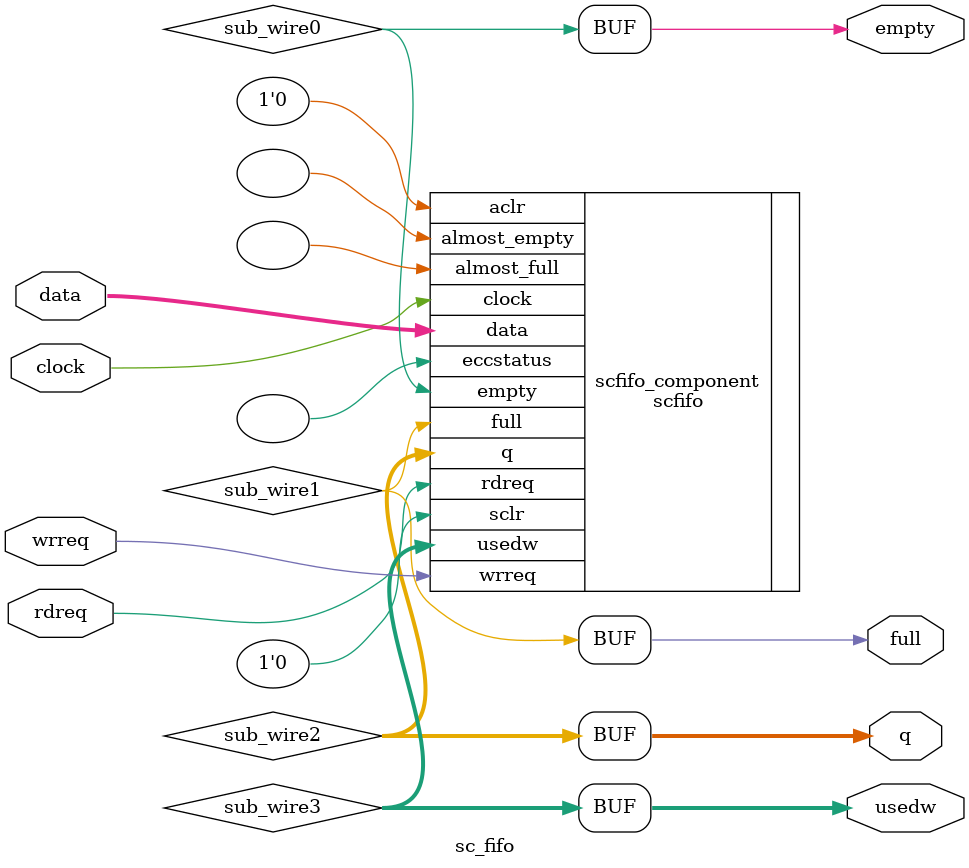
<source format=v>



`timescale 1 ps / 1 ps
// synopsys translate_on
module sc_fifo (
    clock,
    data,
    rdreq,
    wrreq,
    empty,
    full,
    q,
    usedw);

    parameter DWIDTH = 8;
    parameter DEPTH = 2048;
    parameter IS_SHOWAHEAD = 0;
    parameter IS_OUTDATA_REG = 0;

    localparam LOG_DEPTH = $clog2(DEPTH);
    localparam LPM_SHOWAHEAD = (
        (IS_SHOWAHEAD == 0) ? "OFF" : "ON");

    localparam ADD_RAM_OUTPUT_REGISTER = (
        (IS_OUTDATA_REG == 0) ? "OFF" : "ON");

    input    clock;
    input  [DWIDTH-1:0]  data;
    input    rdreq;
    input    wrreq;
    output   empty;
    output   full;
    output [DWIDTH-1:0]  q;
    output [LOG_DEPTH-1:0]  usedw;

    wire  sub_wire0;
    wire  sub_wire1;
    wire [DWIDTH-1:0] sub_wire2;
    wire [LOG_DEPTH-1:0] sub_wire3;
    wire  empty = sub_wire0;
    wire  full = sub_wire1;
    wire [DWIDTH-1:0] q = sub_wire2[DWIDTH-1:0];
    wire [LOG_DEPTH-1:0] usedw = sub_wire3[LOG_DEPTH-1:0];

    scfifo  scfifo_component (
                .clock (clock),
                .data (data),
                .rdreq (rdreq),
                .wrreq (wrreq),
                .empty (sub_wire0),
                .full (sub_wire1),
                .q (sub_wire2),
                .usedw (sub_wire3),
                .aclr (1'b0),
                .almost_empty (),
                .almost_full (),
                .eccstatus (),
                .sclr (1'b0));
    defparam
        scfifo_component.add_ram_output_register  = ADD_RAM_OUTPUT_REGISTER,
        scfifo_component.enable_ecc  = "FALSE",
        scfifo_component.intended_device_family  = "Stratix 10",
        scfifo_component.lpm_numwords  = DEPTH,
        scfifo_component.lpm_showahead  = LPM_SHOWAHEAD,
        scfifo_component.lpm_type  = "scfifo",
        scfifo_component.lpm_width  = DWIDTH,
        scfifo_component.lpm_widthu  = LOG_DEPTH,
        scfifo_component.overflow_checking  = "ON",
        scfifo_component.underflow_checking  = "ON",
        scfifo_component.use_eab  = "ON";

endmodule

</source>
